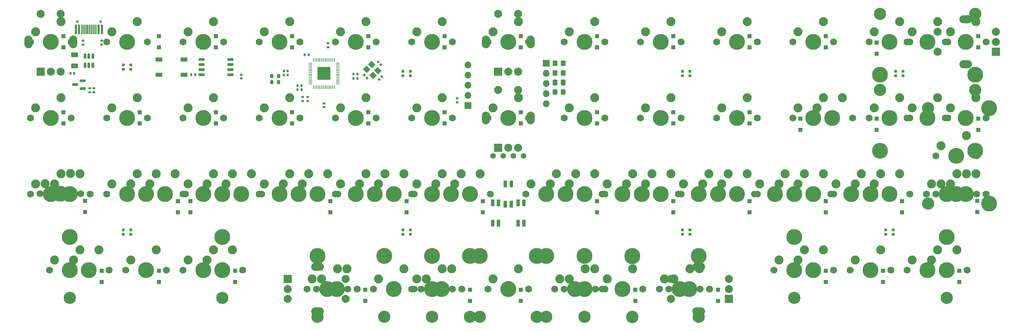
<source format=gbr>
%TF.GenerationSoftware,KiCad,Pcbnew,(6.0.7)*%
%TF.CreationDate,2023-02-03T16:15:22+01:00*%
%TF.ProjectId,alpha-curISO_rp2040,616c7068-612d-4637-9572-49534f5f7270,rev?*%
%TF.SameCoordinates,Original*%
%TF.FileFunction,Soldermask,Bot*%
%TF.FilePolarity,Negative*%
%FSLAX46Y46*%
G04 Gerber Fmt 4.6, Leading zero omitted, Abs format (unit mm)*
G04 Created by KiCad (PCBNEW (6.0.7)) date 2023-02-03 16:15:22*
%MOMM*%
%LPD*%
G01*
G04 APERTURE LIST*
G04 Aperture macros list*
%AMRoundRect*
0 Rectangle with rounded corners*
0 $1 Rounding radius*
0 $2 $3 $4 $5 $6 $7 $8 $9 X,Y pos of 4 corners*
0 Add a 4 corners polygon primitive as box body*
4,1,4,$2,$3,$4,$5,$6,$7,$8,$9,$2,$3,0*
0 Add four circle primitives for the rounded corners*
1,1,$1+$1,$2,$3*
1,1,$1+$1,$4,$5*
1,1,$1+$1,$6,$7*
1,1,$1+$1,$8,$9*
0 Add four rect primitives between the rounded corners*
20,1,$1+$1,$2,$3,$4,$5,0*
20,1,$1+$1,$4,$5,$6,$7,0*
20,1,$1+$1,$6,$7,$8,$9,0*
20,1,$1+$1,$8,$9,$2,$3,0*%
%AMRotRect*
0 Rectangle, with rotation*
0 The origin of the aperture is its center*
0 $1 length*
0 $2 width*
0 $3 Rotation angle, in degrees counterclockwise*
0 Add horizontal line*
21,1,$1,$2,0,0,$3*%
G04 Aperture macros list end*
%ADD10C,1.750000*%
%ADD11C,3.987800*%
%ADD12C,2.250000*%
%ADD13O,2.000000X3.200000*%
%ADD14R,2.000000X2.000000*%
%ADD15C,2.000000*%
%ADD16C,3.048000*%
%ADD17O,3.200000X2.000000*%
%ADD18C,4.000000*%
%ADD19C,2.200000*%
%ADD20C,1.397000*%
%ADD21R,1.700000X1.700000*%
%ADD22O,1.700000X1.700000*%
%ADD23R,1.100000X1.100000*%
%ADD24R,1.700000X1.000000*%
%ADD25R,0.820000X1.700000*%
%ADD26RoundRect,0.205000X0.205000X-0.645000X0.205000X0.645000X-0.205000X0.645000X-0.205000X-0.645000X0*%
%ADD27RoundRect,0.135000X0.226274X0.035355X0.035355X0.226274X-0.226274X-0.035355X-0.035355X-0.226274X0*%
%ADD28R,0.700000X0.700000*%
%ADD29RoundRect,0.140000X0.219203X0.021213X0.021213X0.219203X-0.219203X-0.021213X-0.021213X-0.219203X0*%
%ADD30RoundRect,0.140000X0.140000X0.170000X-0.140000X0.170000X-0.140000X-0.170000X0.140000X-0.170000X0*%
%ADD31RoundRect,0.140000X-0.140000X-0.170000X0.140000X-0.170000X0.140000X0.170000X-0.140000X0.170000X0*%
%ADD32RoundRect,0.250000X-0.350000X-0.450000X0.350000X-0.450000X0.350000X0.450000X-0.350000X0.450000X0*%
%ADD33RoundRect,0.140000X-0.021213X0.219203X-0.219203X0.021213X0.021213X-0.219203X0.219203X-0.021213X0*%
%ADD34RoundRect,0.140000X-0.170000X0.140000X-0.170000X-0.140000X0.170000X-0.140000X0.170000X0.140000X0*%
%ADD35RoundRect,0.250000X0.337500X0.475000X-0.337500X0.475000X-0.337500X-0.475000X0.337500X-0.475000X0*%
%ADD36RotRect,1.400000X1.200000X135.000000*%
%ADD37RoundRect,0.150000X0.587500X0.150000X-0.587500X0.150000X-0.587500X-0.150000X0.587500X-0.150000X0*%
%ADD38RoundRect,0.140000X0.170000X-0.140000X0.170000X0.140000X-0.170000X0.140000X-0.170000X-0.140000X0*%
%ADD39RoundRect,0.135000X-0.185000X0.135000X-0.185000X-0.135000X0.185000X-0.135000X0.185000X0.135000X0*%
%ADD40RoundRect,0.200000X-0.200000X-0.275000X0.200000X-0.275000X0.200000X0.275000X-0.200000X0.275000X0*%
%ADD41RoundRect,0.135000X-0.135000X-0.185000X0.135000X-0.185000X0.135000X0.185000X-0.135000X0.185000X0*%
%ADD42RoundRect,0.150000X-0.650000X-0.150000X0.650000X-0.150000X0.650000X0.150000X-0.650000X0.150000X0*%
%ADD43RoundRect,0.150000X0.150000X-0.512500X0.150000X0.512500X-0.150000X0.512500X-0.150000X-0.512500X0*%
%ADD44RoundRect,0.250000X-0.625000X0.375000X-0.625000X-0.375000X0.625000X-0.375000X0.625000X0.375000X0*%
%ADD45C,0.650000*%
%ADD46R,0.600000X2.450000*%
%ADD47R,0.300000X2.450000*%
%ADD48RoundRect,0.205000X-0.205000X0.645000X-0.205000X-0.645000X0.205000X-0.645000X0.205000X0.645000X0*%
%ADD49RoundRect,0.050000X-0.050000X0.387500X-0.050000X-0.387500X0.050000X-0.387500X0.050000X0.387500X0*%
%ADD50RoundRect,0.050000X-0.387500X0.050000X-0.387500X-0.050000X0.387500X-0.050000X0.387500X0.050000X0*%
%ADD51RoundRect,0.144000X-1.456000X1.456000X-1.456000X-1.456000X1.456000X-1.456000X1.456000X1.456000X0*%
%ADD52RoundRect,0.250000X0.350000X0.450000X-0.350000X0.450000X-0.350000X-0.450000X0.350000X-0.450000X0*%
G04 APERTURE END LIST*
D10*
%TO.C,SW30(ortho)1*%
X95567500Y-96837500D03*
D11*
X90487500Y-96837500D03*
D10*
X85407500Y-96837500D03*
D12*
X86677500Y-94297500D03*
X93027500Y-91757500D03*
%TD*%
D10*
%TO.C,SW12*%
X247967500Y-58737500D03*
D11*
X242887500Y-58737500D03*
D10*
X237807500Y-58737500D03*
D12*
X239077500Y-56197500D03*
X245427500Y-53657500D03*
%TD*%
D11*
%TO.C,SW31(ortho)1*%
X109537500Y-96837500D03*
D10*
X114617500Y-96837500D03*
X104457500Y-96837500D03*
D12*
X105727500Y-94297500D03*
X112077500Y-91757500D03*
%TD*%
D10*
%TO.C,SW43(1.75)1*%
X136062566Y-120635521D03*
X125902566Y-120635521D03*
D11*
X130982566Y-120635521D03*
D12*
X127172566Y-118095521D03*
X133522566Y-115555521D03*
%TD*%
D10*
%TO.C,SW48*%
X243205000Y-115887500D03*
X233045000Y-115887500D03*
D11*
X238125000Y-115887500D03*
D12*
X234315000Y-113347500D03*
X240665000Y-110807500D03*
%TD*%
D10*
%TO.C,SW33(1.5stagger)1*%
X152082500Y-96837500D03*
D11*
X157162500Y-96837500D03*
D10*
X162242500Y-96837500D03*
D12*
X153352500Y-94297500D03*
X159702500Y-91757500D03*
%TD*%
D13*
%TO.C,SW_rotary3*%
X153237500Y-58737500D03*
X142037500Y-58737500D03*
D14*
X145137500Y-66237500D03*
D15*
X150137500Y-66237500D03*
X147637500Y-66237500D03*
X150137500Y-51737500D03*
X145137500Y-51737500D03*
%TD*%
D10*
%TO.C,SW42(3)1*%
X124142500Y-120650000D03*
X113982500Y-120650000D03*
D11*
X119062500Y-120650000D03*
D16*
X138112500Y-127635000D03*
D11*
X100012500Y-112395000D03*
X138112500Y-112395000D03*
D16*
X100012500Y-127635000D03*
D12*
X115252500Y-118110000D03*
X121602500Y-115570000D03*
%TD*%
D10*
%TO.C,SW32(ortho)1*%
X133667500Y-96837500D03*
X123507500Y-96837500D03*
D11*
X128587500Y-96837500D03*
D12*
X124777500Y-94297500D03*
X131127500Y-91757500D03*
%TD*%
D10*
%TO.C,SW34(1.5stagger)1*%
X171132500Y-96837500D03*
D11*
X176212500Y-96837500D03*
D10*
X181292500Y-96837500D03*
D12*
X172402500Y-94297500D03*
X178752500Y-91757500D03*
%TD*%
D10*
%TO.C,SW21*%
X171767500Y-77787500D03*
D11*
X166687500Y-77787500D03*
D10*
X161607500Y-77787500D03*
D12*
X162877500Y-75247500D03*
X169227500Y-72707500D03*
%TD*%
D11*
%TO.C,SW28*%
X57150000Y-96837500D03*
D10*
X52070000Y-96837500D03*
X62230000Y-96837500D03*
D12*
X53340000Y-94297500D03*
X59690000Y-91757500D03*
%TD*%
D11*
%TO.C,SW8*%
X166687500Y-58737500D03*
D10*
X161607500Y-58737500D03*
X171767500Y-58737500D03*
D12*
X162877500Y-56197500D03*
X169227500Y-53657500D03*
%TD*%
D10*
%TO.C,SW28(1.5stagger)1*%
X66992500Y-96837500D03*
D11*
X61912500Y-96837500D03*
D10*
X56832500Y-96837500D03*
D12*
X58102500Y-94297500D03*
X64452500Y-91757500D03*
%TD*%
D10*
%TO.C,SW46(1.5)1*%
X195580000Y-120650000D03*
D11*
X190500000Y-120650000D03*
D10*
X185420000Y-120650000D03*
D12*
X186690000Y-118110000D03*
X193040000Y-115570000D03*
%TD*%
D10*
%TO.C,SW23*%
X209867500Y-77787500D03*
X199707500Y-77787500D03*
D11*
X204787500Y-77787500D03*
D12*
X200977500Y-75247500D03*
X207327500Y-72707500D03*
%TD*%
D10*
%TO.C,SW36*%
X224155000Y-96837500D03*
D11*
X219075000Y-96837500D03*
D10*
X213995000Y-96837500D03*
D12*
X215265000Y-94297500D03*
X221615000Y-91757500D03*
%TD*%
D11*
%TO.C,SW12(2)1*%
X240506250Y-66992500D03*
X252412500Y-58737500D03*
X264318750Y-66992500D03*
D10*
X247332500Y-58737500D03*
D16*
X240506250Y-51752500D03*
D10*
X257492500Y-58737500D03*
D16*
X264318750Y-51752500D03*
D12*
X248602500Y-56197500D03*
X254952500Y-53657500D03*
%TD*%
D11*
%TO.C,SW15*%
X52387500Y-77787500D03*
D10*
X57467500Y-77787500D03*
X47307500Y-77787500D03*
D12*
X48577500Y-75247500D03*
X54927500Y-72707500D03*
%TD*%
D11*
%TO.C,SW39(1.5)1*%
X42862500Y-115887500D03*
D10*
X37782500Y-115887500D03*
X47942500Y-115887500D03*
D12*
X39052500Y-113347500D03*
X45402500Y-110807500D03*
%TD*%
D11*
%TO.C,SW6*%
X128587500Y-58737500D03*
D10*
X133667500Y-58737500D03*
X123507500Y-58737500D03*
D12*
X124777500Y-56197500D03*
X131127500Y-53657500D03*
%TD*%
D11*
%TO.C,SW49(1.5)1*%
X252412500Y-115887500D03*
D10*
X247332500Y-115887500D03*
X257492500Y-115887500D03*
D12*
X248602500Y-113347500D03*
X254952500Y-110807500D03*
%TD*%
D10*
%TO.C,SW31*%
X109220000Y-96837500D03*
D11*
X114300000Y-96837500D03*
D10*
X119380000Y-96837500D03*
D12*
X110490000Y-94297500D03*
X116840000Y-91757500D03*
%TD*%
D10*
%TO.C,SW37(1.5stagger)1*%
X238442500Y-96837500D03*
D11*
X233362500Y-96837500D03*
D10*
X228282500Y-96837500D03*
D12*
X229552500Y-94297500D03*
X235902500Y-91757500D03*
%TD*%
D10*
%TO.C,SW38(1.25)1*%
X254508000Y-96837500D03*
X264668000Y-96837500D03*
D11*
X259588000Y-96837500D03*
D12*
X255778000Y-94297500D03*
X262128000Y-91757500D03*
%TD*%
D10*
%TO.C,SW47*%
X213995000Y-115887500D03*
X224155000Y-115887500D03*
D11*
X219075000Y-115887500D03*
D12*
X215265000Y-113347500D03*
X221615000Y-110807500D03*
%TD*%
D11*
%TO.C,SW1*%
X33337500Y-58737500D03*
D10*
X38417500Y-58737500D03*
X28257500Y-58737500D03*
D12*
X29527500Y-56197500D03*
X35877500Y-53657500D03*
%TD*%
D11*
%TO.C,SW26(ISO)1*%
X259556250Y-87312500D03*
X267811250Y-99250500D03*
D10*
X264636250Y-87312500D03*
D16*
X252571250Y-99250500D03*
X252571250Y-75374500D03*
D10*
X254476250Y-87312500D03*
D11*
X267811250Y-75374500D03*
D12*
X255746250Y-84772500D03*
X262096250Y-82232500D03*
%TD*%
D10*
%TO.C,SW37(ortho)1*%
X247967500Y-96837500D03*
X237807500Y-96837500D03*
D11*
X242887500Y-96837500D03*
D12*
X239077500Y-94297500D03*
X245427500Y-91757500D03*
%TD*%
D11*
%TO.C,SW41(1.5)1*%
X71437500Y-115887500D03*
D10*
X76517500Y-115887500D03*
X66357500Y-115887500D03*
D12*
X67627500Y-113347500D03*
X73977500Y-110807500D03*
%TD*%
D11*
%TO.C,SW27(ortho)1*%
X33337500Y-96837500D03*
D10*
X38417500Y-96837500D03*
X28257500Y-96837500D03*
D12*
X29527500Y-94297500D03*
X35877500Y-91757500D03*
%TD*%
D11*
%TO.C,SW38(1.5)1*%
X257175000Y-96837500D03*
D10*
X262255000Y-96837500D03*
X252095000Y-96837500D03*
D12*
X253365000Y-94297500D03*
X259715000Y-91757500D03*
%TD*%
D17*
%TO.C,SW_rotary2*%
X261937500Y-53137500D03*
X261937500Y-64337500D03*
D14*
X269437500Y-61237500D03*
D15*
X269437500Y-56237500D03*
X269437500Y-58737500D03*
X254937500Y-56237500D03*
X254937500Y-61237500D03*
%TD*%
D17*
%TO.C,SW_rotary6*%
X195262500Y-115050000D03*
X195262500Y-126250000D03*
D14*
X202762500Y-123150000D03*
D15*
X202762500Y-118150000D03*
X202762500Y-120650000D03*
X188262500Y-118150000D03*
X188262500Y-123150000D03*
%TD*%
D10*
%TO.C,SW9*%
X180657500Y-58737500D03*
X190817500Y-58737500D03*
D11*
X185737500Y-58737500D03*
D12*
X181927500Y-56197500D03*
X188277500Y-53657500D03*
%TD*%
D11*
%TO.C,SW33*%
X161925000Y-96837500D03*
D10*
X156845000Y-96837500D03*
X167005000Y-96837500D03*
D12*
X158115000Y-94297500D03*
X164465000Y-91757500D03*
%TD*%
D10*
%TO.C,SW43(2)1*%
X133667500Y-120650000D03*
D16*
X116681250Y-127635000D03*
D10*
X123507500Y-120650000D03*
D11*
X116681250Y-112395000D03*
X128587500Y-120650000D03*
D16*
X140493750Y-127635000D03*
D11*
X140493750Y-112395000D03*
D12*
X124777500Y-118110000D03*
X131127500Y-115570000D03*
%TD*%
D18*
%TO.C,SW44(4)1*%
X147637500Y-120650000D03*
D11*
X178625500Y-112420400D03*
D16*
X116649500Y-127635000D03*
X178625500Y-127660400D03*
D11*
X116649500Y-112395000D03*
D19*
X143827500Y-118110000D03*
X150177500Y-115570000D03*
%TD*%
D10*
%TO.C,SW33(ortho)1*%
X171767500Y-96837500D03*
X161607500Y-96837500D03*
D11*
X166687500Y-96837500D03*
D12*
X162877500Y-94297500D03*
X169227500Y-91757500D03*
%TD*%
D11*
%TO.C,SW10*%
X204787500Y-58737500D03*
D10*
X199707500Y-58737500D03*
X209867500Y-58737500D03*
D12*
X200977500Y-56197500D03*
X207327500Y-53657500D03*
%TD*%
D11*
%TO.C,SW18*%
X109537500Y-77787500D03*
D10*
X114617500Y-77787500D03*
X104457500Y-77787500D03*
D12*
X105727500Y-75247500D03*
X112077500Y-72707500D03*
%TD*%
D10*
%TO.C,SW34(ortho)1*%
X180657500Y-96837500D03*
D11*
X185737500Y-96837500D03*
D10*
X190817500Y-96837500D03*
D12*
X181927500Y-94297500D03*
X188277500Y-91757500D03*
%TD*%
D11*
%TO.C,SW36(ortho)1*%
X223837500Y-96837500D03*
D10*
X218757500Y-96837500D03*
X228917500Y-96837500D03*
D12*
X220027500Y-94297500D03*
X226377500Y-91757500D03*
%TD*%
D17*
%TO.C,SW_rotary5*%
X100012500Y-126250000D03*
X100012500Y-115050000D03*
D14*
X92512500Y-118150000D03*
D15*
X92512500Y-123150000D03*
X92512500Y-120650000D03*
X107012500Y-123150000D03*
X107012500Y-118150000D03*
%TD*%
D10*
%TO.C,SW2*%
X47307500Y-58737500D03*
X57467500Y-58737500D03*
D11*
X52387500Y-58737500D03*
D12*
X48577500Y-56197500D03*
X54927500Y-53657500D03*
%TD*%
D11*
%TO.C,SW38(ortho)1*%
X261937500Y-96837500D03*
D10*
X256857500Y-96837500D03*
X267017500Y-96837500D03*
D12*
X258127500Y-94297500D03*
X264477500Y-91757500D03*
%TD*%
D10*
%TO.C,SW34*%
X175895000Y-96837500D03*
X186055000Y-96837500D03*
D11*
X180975000Y-96837500D03*
D12*
X177165000Y-94297500D03*
X183515000Y-91757500D03*
%TD*%
D10*
%TO.C,SW4*%
X85407500Y-58737500D03*
X95567500Y-58737500D03*
D11*
X90487500Y-58737500D03*
D12*
X86677500Y-56197500D03*
X93027500Y-53657500D03*
%TD*%
D10*
%TO.C,SW13*%
X267017500Y-58737500D03*
D11*
X261937500Y-58737500D03*
D10*
X256857500Y-58737500D03*
D12*
X258127500Y-56197500D03*
X264477500Y-53657500D03*
%TD*%
D10*
%TO.C,SW35(ortho)1*%
X199707500Y-96837500D03*
D11*
X204787500Y-96837500D03*
D10*
X209867500Y-96837500D03*
D12*
X200977500Y-94297500D03*
X207327500Y-91757500D03*
%TD*%
D10*
%TO.C,SW32*%
X138430000Y-96837500D03*
D11*
X133350000Y-96837500D03*
D10*
X128270000Y-96837500D03*
D12*
X129540000Y-94297500D03*
X135890000Y-91757500D03*
%TD*%
D11*
%TO.C,SW29(ortho)1*%
X71437500Y-96837500D03*
D10*
X76517500Y-96837500D03*
X66357500Y-96837500D03*
D12*
X67627500Y-94297500D03*
X73977500Y-91757500D03*
%TD*%
D11*
%TO.C,SW30(1.5stagger)1*%
X100012500Y-96837500D03*
D10*
X105092500Y-96837500D03*
X94932500Y-96837500D03*
D12*
X96202500Y-94297500D03*
X102552500Y-91757500D03*
%TD*%
D10*
%TO.C,SW29(1.5stagger)1*%
X86042500Y-96837500D03*
X75882500Y-96837500D03*
D11*
X80962500Y-96837500D03*
D12*
X77152500Y-94297500D03*
X83502500Y-91757500D03*
%TD*%
D10*
%TO.C,SW45(2)1*%
X161607500Y-120650000D03*
D16*
X154781250Y-127635000D03*
X178593750Y-127635000D03*
D11*
X166687500Y-120650000D03*
X178593750Y-112395000D03*
X154781250Y-112395000D03*
D10*
X171767500Y-120650000D03*
D12*
X162877500Y-118110000D03*
X169227500Y-115570000D03*
%TD*%
D11*
%TO.C,SW46(1.25)1*%
X192895066Y-120635521D03*
D10*
X197975066Y-120635521D03*
X187815066Y-120635521D03*
D12*
X189085066Y-118095521D03*
X195435066Y-115555521D03*
%TD*%
D20*
%TO.C,OL1*%
X143827500Y-87312500D03*
X146367500Y-87312500D03*
X148907500Y-87312500D03*
X151447500Y-87312500D03*
%TD*%
D10*
%TO.C,SW16*%
X66357500Y-77787500D03*
X76517500Y-77787500D03*
D11*
X71437500Y-77787500D03*
D12*
X67627500Y-75247500D03*
X73977500Y-72707500D03*
%TD*%
D10*
%TO.C,SW25*%
X247967500Y-77787500D03*
D11*
X242887500Y-77787500D03*
D10*
X237807500Y-77787500D03*
D12*
X239077500Y-75247500D03*
X245427500Y-72707500D03*
%TD*%
D11*
%TO.C,SW46(3)1*%
X157162500Y-112395000D03*
X195262500Y-112395000D03*
D16*
X195262500Y-127635000D03*
D10*
X171132500Y-120650000D03*
D16*
X157162500Y-127635000D03*
D10*
X181292500Y-120650000D03*
D11*
X176212500Y-120650000D03*
D12*
X172402500Y-118110000D03*
X178752500Y-115570000D03*
%TD*%
D10*
%TO.C,SW39*%
X33020000Y-115887500D03*
D11*
X38100000Y-115887500D03*
D10*
X43180000Y-115887500D03*
D12*
X34290000Y-113347500D03*
X40640000Y-110807500D03*
%TD*%
D10*
%TO.C,SW19*%
X123507500Y-77787500D03*
D11*
X128587500Y-77787500D03*
D10*
X133667500Y-77787500D03*
D12*
X124777500Y-75247500D03*
X131127500Y-72707500D03*
%TD*%
D21*
%TO.C,J2*%
X157162500Y-64135000D03*
D22*
X157162500Y-66675000D03*
X157162500Y-69215000D03*
X157162500Y-71755000D03*
X157162500Y-74295000D03*
%TD*%
D11*
%TO.C,SW44(6)1*%
X195262500Y-112395000D03*
X147637500Y-120650000D03*
X100012500Y-112395000D03*
D16*
X100012500Y-127635000D03*
D10*
X152717500Y-120650000D03*
X142557500Y-120650000D03*
D16*
X195262500Y-127635000D03*
D12*
X143827500Y-118110000D03*
X150177500Y-115570000D03*
%TD*%
D10*
%TO.C,SW35*%
X194945000Y-96837500D03*
D11*
X200025000Y-96837500D03*
D10*
X205105000Y-96837500D03*
D12*
X196215000Y-94297500D03*
X202565000Y-91757500D03*
%TD*%
D11*
%TO.C,SW37*%
X238125000Y-96837500D03*
D10*
X243205000Y-96837500D03*
X233045000Y-96837500D03*
D12*
X234315000Y-94297500D03*
X240665000Y-91757500D03*
%TD*%
D11*
%TO.C,SW20*%
X147637500Y-77787500D03*
D10*
X152717500Y-77787500D03*
X142557500Y-77787500D03*
D12*
X143827500Y-75247500D03*
X150177500Y-72707500D03*
%TD*%
D11*
%TO.C,SW11*%
X223837500Y-58737500D03*
D10*
X218757500Y-58737500D03*
X228917500Y-58737500D03*
D12*
X220027500Y-56197500D03*
X226377500Y-53657500D03*
%TD*%
D10*
%TO.C,SW24(1.5)1*%
X233680000Y-77787500D03*
D11*
X228600000Y-77787500D03*
D10*
X223520000Y-77787500D03*
D12*
X224790000Y-75247500D03*
X231140000Y-72707500D03*
%TD*%
D11*
%TO.C,SW7*%
X147637500Y-58737500D03*
D10*
X142557500Y-58737500D03*
X152717500Y-58737500D03*
D12*
X143827500Y-56197500D03*
X150177500Y-53657500D03*
%TD*%
D11*
%TO.C,SW40*%
X57150000Y-115887500D03*
D10*
X52070000Y-115887500D03*
X62230000Y-115887500D03*
D12*
X53340000Y-113347500D03*
X59690000Y-110807500D03*
%TD*%
D16*
%TO.C,SW26(2)1*%
X264318750Y-70802500D03*
D10*
X257492500Y-77787500D03*
X247332500Y-77787500D03*
D11*
X240506250Y-86042500D03*
D16*
X240506250Y-70802500D03*
D11*
X264318750Y-86042500D03*
X252412500Y-77787500D03*
D12*
X248602500Y-75247500D03*
X254952500Y-72707500D03*
%TD*%
D10*
%TO.C,SW48(3)1*%
X243205000Y-115887500D03*
X233045000Y-115887500D03*
D16*
X257175000Y-122872500D03*
D11*
X219075000Y-107632500D03*
X257175000Y-107632500D03*
D16*
X219075000Y-122872500D03*
D11*
X238125000Y-115887500D03*
D12*
X234315000Y-113347500D03*
X240665000Y-110807500D03*
%TD*%
D13*
%TO.C,SW_rotary1*%
X27737500Y-58737500D03*
X38937500Y-58737500D03*
D14*
X30837500Y-66237500D03*
D15*
X35837500Y-66237500D03*
X33337500Y-66237500D03*
X35837500Y-51737500D03*
X30837500Y-51737500D03*
%TD*%
D13*
%TO.C,SW_rotary4*%
X153237500Y-77787500D03*
X142037500Y-77787500D03*
D14*
X145137500Y-85287500D03*
D15*
X150137500Y-85287500D03*
X147637500Y-85287500D03*
X150137500Y-70787500D03*
X145137500Y-70787500D03*
%TD*%
D10*
%TO.C,SW36(1.5stagger)1*%
X209232500Y-96837500D03*
D11*
X214312500Y-96837500D03*
D10*
X219392500Y-96837500D03*
D12*
X210502500Y-94297500D03*
X216852500Y-91757500D03*
%TD*%
D10*
%TO.C,SW5*%
X104457500Y-58737500D03*
X114617500Y-58737500D03*
D11*
X109537500Y-58737500D03*
D12*
X105727500Y-56197500D03*
X112077500Y-53657500D03*
%TD*%
D16*
%TO.C,SW44(3)1*%
X166687500Y-127635000D03*
D11*
X147637500Y-120650000D03*
X128587500Y-112395000D03*
D16*
X128587500Y-127635000D03*
D10*
X142557500Y-120650000D03*
D11*
X166687500Y-112395000D03*
D10*
X152717500Y-120650000D03*
D12*
X143827500Y-118110000D03*
X150177500Y-115570000D03*
%TD*%
D10*
%TO.C,SW22*%
X190817500Y-77787500D03*
X180657500Y-77787500D03*
D11*
X185737500Y-77787500D03*
D12*
X181927500Y-75247500D03*
X188277500Y-72707500D03*
%TD*%
D10*
%TO.C,SW27(1.5)1*%
X33020000Y-96837500D03*
D11*
X38100000Y-96837500D03*
D10*
X43180000Y-96837500D03*
D12*
X34290000Y-94297500D03*
X40640000Y-91757500D03*
%TD*%
D10*
%TO.C,SW42(1.25)1*%
X97327566Y-120635521D03*
X107487566Y-120635521D03*
D11*
X102407566Y-120635521D03*
D12*
X98597566Y-118095521D03*
X104947566Y-115555521D03*
%TD*%
D10*
%TO.C,SW42(1.5)1*%
X109855000Y-120650000D03*
X99695000Y-120650000D03*
D11*
X104775000Y-120650000D03*
D12*
X100965000Y-118110000D03*
X107315000Y-115570000D03*
%TD*%
D10*
%TO.C,SW27(1.25)1*%
X30656621Y-96820487D03*
X40816621Y-96820487D03*
D11*
X35736621Y-96820487D03*
D12*
X31926621Y-94280487D03*
X38276621Y-91740487D03*
%TD*%
D11*
%TO.C,SW49*%
X257175000Y-115887500D03*
D10*
X252095000Y-115887500D03*
X262255000Y-115887500D03*
D12*
X253365000Y-113347500D03*
X259715000Y-110807500D03*
%TD*%
D11*
%TO.C,SW26*%
X261937500Y-77787500D03*
D10*
X256857500Y-77787500D03*
X267017500Y-77787500D03*
D12*
X258127500Y-75247500D03*
X264477500Y-72707500D03*
%TD*%
D11*
%TO.C,SW28(ortho)1*%
X52387500Y-96837500D03*
D10*
X47307500Y-96837500D03*
X57467500Y-96837500D03*
D12*
X48577500Y-94297500D03*
X54927500Y-91757500D03*
%TD*%
D10*
%TO.C,SW24*%
X218757500Y-77787500D03*
X228917500Y-77787500D03*
D11*
X223837500Y-77787500D03*
D12*
X220027500Y-75247500D03*
X226377500Y-72707500D03*
%TD*%
D10*
%TO.C,SW17*%
X95567500Y-77787500D03*
X85407500Y-77787500D03*
D11*
X90487500Y-77787500D03*
D12*
X86677500Y-75247500D03*
X93027500Y-72707500D03*
%TD*%
D11*
%TO.C,SW40(3)1*%
X76200000Y-107632500D03*
D10*
X62230000Y-115887500D03*
D16*
X76200000Y-122872500D03*
X38100000Y-122872500D03*
D11*
X57150000Y-115887500D03*
X38100000Y-107632500D03*
D10*
X52070000Y-115887500D03*
D12*
X53340000Y-113347500D03*
X59690000Y-110807500D03*
%TD*%
D10*
%TO.C,SW3*%
X76517500Y-58737500D03*
D11*
X71437500Y-58737500D03*
D10*
X66357500Y-58737500D03*
D12*
X67627500Y-56197500D03*
X73977500Y-53657500D03*
%TD*%
D10*
%TO.C,SW45(1.75)1*%
X169400066Y-120635521D03*
X159240066Y-120635521D03*
D11*
X164320066Y-120635521D03*
D12*
X160510066Y-118095521D03*
X166860066Y-115555521D03*
%TD*%
D11*
%TO.C,SW14*%
X33337500Y-77787500D03*
D10*
X38417500Y-77787500D03*
X28257500Y-77787500D03*
D12*
X29527500Y-75247500D03*
X35877500Y-72707500D03*
%TD*%
D10*
%TO.C,SW41*%
X81280000Y-115887500D03*
D11*
X76200000Y-115887500D03*
D10*
X71120000Y-115887500D03*
D12*
X72390000Y-113347500D03*
X78740000Y-110807500D03*
%TD*%
D10*
%TO.C,SW47(1.5)1*%
X228917500Y-115887500D03*
D11*
X223837500Y-115887500D03*
D10*
X218757500Y-115887500D03*
D12*
X220027500Y-113347500D03*
X226377500Y-110807500D03*
%TD*%
D10*
%TO.C,SW35(1.5stagger)1*%
X190182500Y-96837500D03*
D11*
X195262500Y-96837500D03*
D10*
X200342500Y-96837500D03*
D12*
X191452500Y-94297500D03*
X197802500Y-91757500D03*
%TD*%
D11*
%TO.C,SW30*%
X95250000Y-96837500D03*
D10*
X100330000Y-96837500D03*
X90170000Y-96837500D03*
D12*
X91440000Y-94297500D03*
X97790000Y-91757500D03*
%TD*%
D10*
%TO.C,SW32(1.5stagger)1*%
X143192500Y-96837500D03*
X133032500Y-96837500D03*
D11*
X138112500Y-96837500D03*
D12*
X134302500Y-94297500D03*
X140652500Y-91757500D03*
%TD*%
D10*
%TO.C,SW31(1.5stagger)1*%
X113982500Y-96837500D03*
X124142500Y-96837500D03*
D11*
X119062500Y-96837500D03*
D12*
X115252500Y-94297500D03*
X121602500Y-91757500D03*
%TD*%
D10*
%TO.C,SW29*%
X81280000Y-96837500D03*
X71120000Y-96837500D03*
D11*
X76200000Y-96837500D03*
D12*
X72390000Y-94297500D03*
X78740000Y-91757500D03*
%TD*%
D23*
%TO.C,D32*%
X188912500Y-79187500D03*
X188912500Y-76387500D03*
%TD*%
D24*
%TO.C,SW27*%
X60350000Y-63187500D03*
X66650000Y-63187500D03*
X60350000Y-66987500D03*
X66650000Y-66987500D03*
%TD*%
D25*
%TO.C,LED2*%
X146887500Y-99387500D03*
X148387500Y-99387500D03*
D26*
X148387500Y-94287500D03*
D25*
X146887500Y-94287500D03*
%TD*%
D23*
%TO.C,D2*%
X36512500Y-79187500D03*
X36512500Y-76387500D03*
%TD*%
D27*
%TO.C,R7*%
X112374624Y-67797624D03*
X111653376Y-67076376D03*
%TD*%
D28*
%TO.C,LED8*%
X193002500Y-105812500D03*
X193002500Y-106912500D03*
X191172500Y-106912500D03*
X191172500Y-105812500D03*
%TD*%
D23*
%TO.C,D11*%
X68262500Y-101412500D03*
X68262500Y-98612500D03*
%TD*%
D29*
%TO.C,C2*%
X115782411Y-64474411D03*
X115103589Y-63795589D03*
%TD*%
D23*
%TO.C,D9*%
X74612500Y-60137500D03*
X74612500Y-57337500D03*
%TD*%
%TO.C,D7*%
X65087500Y-101412500D03*
X65087500Y-98612500D03*
%TD*%
D30*
%TO.C,C10*%
X95984000Y-69659500D03*
X95024000Y-69659500D03*
%TD*%
D31*
%TO.C,C14*%
X108994000Y-67945000D03*
X109954000Y-67945000D03*
%TD*%
D23*
%TO.C,D24*%
X150812500Y-123637500D03*
X150812500Y-120837500D03*
%TD*%
D32*
%TO.C,UR1*%
X159337500Y-66516250D03*
X161337500Y-66516250D03*
%TD*%
D23*
%TO.C,D42*%
X239712500Y-61725000D03*
X239712500Y-58925000D03*
%TD*%
%TO.C,D44*%
X246062500Y-101412500D03*
X246062500Y-98612500D03*
%TD*%
%TO.C,D5*%
X60325000Y-60137500D03*
X60325000Y-57337500D03*
%TD*%
%TO.C,D23*%
X138112500Y-123637500D03*
X138112500Y-120837500D03*
%TD*%
%TO.C,D49*%
X260350000Y-118875000D03*
X260350000Y-116075000D03*
%TD*%
D33*
%TO.C,C1*%
X116036411Y-67478589D03*
X115357589Y-68157411D03*
%TD*%
D23*
%TO.C,D25*%
X150812500Y-60137500D03*
X150812500Y-57337500D03*
%TD*%
D34*
%TO.C,C5*%
X44069000Y-70386000D03*
X44069000Y-71346000D03*
%TD*%
D23*
%TO.C,D13*%
X93662500Y-60137500D03*
X93662500Y-57337500D03*
%TD*%
%TO.C,D39*%
X220662500Y-80775000D03*
X220662500Y-77975000D03*
%TD*%
D35*
%TO.C,C18*%
X161375000Y-68897500D03*
X159300000Y-68897500D03*
%TD*%
D23*
%TO.C,D19*%
X111918750Y-123637500D03*
X111918750Y-120837500D03*
%TD*%
D28*
%TO.C,LED4*%
X123152500Y-66125000D03*
X123152500Y-67225000D03*
X121322500Y-67225000D03*
X121322500Y-66125000D03*
%TD*%
D36*
%TO.C,Y1*%
X113841777Y-67164858D03*
X112286142Y-65609223D03*
X113488223Y-64407142D03*
X115043858Y-65962777D03*
%TD*%
D37*
%TO.C,U3*%
X41323500Y-68519000D03*
X41323500Y-70419000D03*
X39448500Y-69469000D03*
%TD*%
D34*
%TO.C,C16*%
X96266000Y-72608500D03*
X96266000Y-73568500D03*
%TD*%
D23*
%TO.C,D46*%
X265112500Y-60137500D03*
X265112500Y-57337500D03*
%TD*%
%TO.C,D21*%
X131762500Y-79187500D03*
X131762500Y-76387500D03*
%TD*%
D38*
%TO.C,C13*%
X102616000Y-60106500D03*
X102616000Y-59146500D03*
%TD*%
D23*
%TO.C,D48*%
X264795000Y-101349000D03*
X264795000Y-98549000D03*
%TD*%
%TO.C,D40*%
X227012500Y-101412500D03*
X227012500Y-98612500D03*
%TD*%
%TO.C,D35*%
X207962500Y-60137500D03*
X207962500Y-57337500D03*
%TD*%
D28*
%TO.C,LED6*%
X246279000Y-66125000D03*
X246279000Y-67225000D03*
X244449000Y-67225000D03*
X244449000Y-66125000D03*
%TD*%
D23*
%TO.C,D26*%
X150812500Y-79187500D03*
X150812500Y-76387500D03*
%TD*%
D39*
%TO.C,R3*%
X134879020Y-72875280D03*
X134879020Y-73895280D03*
%TD*%
D23*
%TO.C,D22*%
X141287500Y-101412500D03*
X141287500Y-98612500D03*
%TD*%
%TO.C,D14*%
X93662500Y-79187500D03*
X93662500Y-76387500D03*
%TD*%
D25*
%TO.C,LED3*%
X150062500Y-104150000D03*
X151562500Y-104150000D03*
D26*
X151562500Y-99050000D03*
D25*
X150062500Y-99050000D03*
%TD*%
D32*
%TO.C,UR2*%
X159337500Y-64135000D03*
X161337500Y-64135000D03*
%TD*%
D30*
%TO.C,C7*%
X95984000Y-70675500D03*
X95024000Y-70675500D03*
%TD*%
%TO.C,C15*%
X92555000Y-67056000D03*
X91595000Y-67056000D03*
%TD*%
D40*
%TO.C,R2*%
X88583000Y-68834000D03*
X90233000Y-68834000D03*
%TD*%
D41*
%TO.C,R6*%
X68354501Y-66985273D03*
X69374501Y-66985273D03*
%TD*%
D23*
%TO.C,D36*%
X207962500Y-79187500D03*
X207962500Y-76387500D03*
%TD*%
%TO.C,D6*%
X55562500Y-79187500D03*
X55562500Y-76387500D03*
%TD*%
D42*
%TO.C,U2*%
X71012500Y-66992500D03*
X71012500Y-65722500D03*
X71012500Y-64452500D03*
X71012500Y-63182500D03*
X78212500Y-63182500D03*
X78212500Y-64452500D03*
X78212500Y-65722500D03*
X78212500Y-66992500D03*
%TD*%
D34*
%TO.C,C3*%
X80899000Y-66957000D03*
X80899000Y-67917000D03*
%TD*%
%TO.C,C8*%
X97536000Y-72608500D03*
X97536000Y-73568500D03*
%TD*%
D23*
%TO.C,D37*%
X207962500Y-101412500D03*
X207962500Y-98612500D03*
%TD*%
%TO.C,D38*%
X227012500Y-60137500D03*
X227012500Y-57337500D03*
%TD*%
D40*
%TO.C,R1*%
X88583000Y-67310000D03*
X90233000Y-67310000D03*
%TD*%
D23*
%TO.C,D31*%
X188912500Y-60137500D03*
X188912500Y-57337500D03*
%TD*%
%TO.C,D47*%
X265112500Y-80775000D03*
X265112500Y-77975000D03*
%TD*%
D31*
%TO.C,C9*%
X108994000Y-66802000D03*
X109954000Y-66802000D03*
%TD*%
D23*
%TO.C,D20*%
X131762500Y-60137500D03*
X131762500Y-57337500D03*
%TD*%
D43*
%TO.C,U4*%
X43812500Y-64637500D03*
X42862500Y-64637500D03*
X41912500Y-64637500D03*
X41912500Y-62362500D03*
X42862500Y-62362500D03*
X43812500Y-62362500D03*
%TD*%
D44*
%TO.C,F1*%
X39243000Y-61973000D03*
X39243000Y-64773000D03*
%TD*%
D34*
%TO.C,C6*%
X43053000Y-70386000D03*
X43053000Y-71346000D03*
%TD*%
D23*
%TO.C,D17*%
X112712500Y-79187500D03*
X112712500Y-76387500D03*
%TD*%
D30*
%TO.C,C4*%
X39215000Y-66675000D03*
X38255000Y-66675000D03*
%TD*%
D28*
%TO.C,LED5*%
X193002500Y-66125000D03*
X193002500Y-67225000D03*
X191172500Y-67225000D03*
X191172500Y-66125000D03*
%TD*%
D23*
%TO.C,D29*%
X169862500Y-101412500D03*
X169862500Y-98612500D03*
%TD*%
%TO.C,D8*%
X60325000Y-118875000D03*
X60325000Y-116075000D03*
%TD*%
D28*
%TO.C,LED9*%
X123152500Y-105812500D03*
X123152500Y-106912500D03*
X121322500Y-106912500D03*
X121322500Y-105812500D03*
%TD*%
D39*
%TO.C,R4*%
X41402000Y-58418000D03*
X41402000Y-59438000D03*
%TD*%
D45*
%TO.C,USB1*%
X39972500Y-53686838D03*
X45752500Y-53686838D03*
D46*
X39637500Y-55631838D03*
X40412500Y-55631838D03*
D47*
X41112500Y-55631838D03*
X41612500Y-55631838D03*
X42112500Y-55631838D03*
X42612500Y-55631838D03*
X43112500Y-55631838D03*
X43612500Y-55631838D03*
X44112500Y-55631838D03*
X44612500Y-55631838D03*
D46*
X45312500Y-55631838D03*
X46087500Y-55631838D03*
%TD*%
D23*
%TO.C,D41*%
X227012500Y-118875000D03*
X227012500Y-116075000D03*
%TD*%
%TO.C,D3*%
X41910000Y-101349000D03*
X41910000Y-98549000D03*
%TD*%
D39*
%TO.C,R5*%
X46037500Y-58418000D03*
X46037500Y-59438000D03*
%TD*%
D28*
%TO.C,LED10*%
X51472500Y-106912500D03*
X51472500Y-105812500D03*
X53302500Y-105812500D03*
X53302500Y-106912500D03*
%TD*%
D25*
%TO.C,LED1*%
X145212500Y-99050000D03*
X143712500Y-99050000D03*
D48*
X143712500Y-104150000D03*
D25*
X145212500Y-104150000D03*
%TD*%
D23*
%TO.C,D4*%
X46037500Y-118875000D03*
X46037500Y-116075000D03*
%TD*%
%TO.C,D1*%
X36512500Y-60137500D03*
X36512500Y-57337500D03*
%TD*%
D28*
%TO.C,LED7*%
X243802500Y-105812500D03*
X243802500Y-106912500D03*
X241972500Y-106912500D03*
X241972500Y-105812500D03*
%TD*%
D23*
%TO.C,D34*%
X200025000Y-123637500D03*
X200025000Y-120837500D03*
%TD*%
D34*
%TO.C,C11*%
X101600000Y-74178250D03*
X101600000Y-75138250D03*
%TD*%
D23*
%TO.C,D30*%
X179387500Y-123637500D03*
X179387500Y-120837500D03*
%TD*%
D30*
%TO.C,C12*%
X92555000Y-66040000D03*
X91595000Y-66040000D03*
%TD*%
D23*
%TO.C,D18*%
X122237500Y-101412500D03*
X122237500Y-98612500D03*
%TD*%
%TO.C,D45*%
X241300000Y-118875000D03*
X241300000Y-116075000D03*
%TD*%
%TO.C,D33*%
X188912500Y-101412500D03*
X188912500Y-98612500D03*
%TD*%
%TO.C,D10*%
X74612500Y-79187500D03*
X74612500Y-76387500D03*
%TD*%
%TO.C,D27*%
X169862500Y-60137500D03*
X169862500Y-57337500D03*
%TD*%
%TO.C,D12*%
X79375000Y-118875000D03*
X79375000Y-116075000D03*
%TD*%
%TO.C,D15*%
X103187500Y-101412500D03*
X103187500Y-98612500D03*
%TD*%
D49*
%TO.C,U1*%
X99000000Y-63237500D03*
X99400000Y-63237500D03*
X99800000Y-63237500D03*
X100200000Y-63237500D03*
X100600000Y-63237500D03*
X101000000Y-63237500D03*
X101400000Y-63237500D03*
X101800000Y-63237500D03*
X102200000Y-63237500D03*
X102600000Y-63237500D03*
X103000000Y-63237500D03*
X103400000Y-63237500D03*
X103800000Y-63237500D03*
X104200000Y-63237500D03*
D50*
X105037500Y-64075000D03*
X105037500Y-64475000D03*
X105037500Y-64875000D03*
X105037500Y-65275000D03*
X105037500Y-65675000D03*
X105037500Y-66075000D03*
X105037500Y-66475000D03*
X105037500Y-66875000D03*
X105037500Y-67275000D03*
X105037500Y-67675000D03*
X105037500Y-68075000D03*
X105037500Y-68475000D03*
X105037500Y-68875000D03*
X105037500Y-69275000D03*
D49*
X104200000Y-70112500D03*
X103800000Y-70112500D03*
X103400000Y-70112500D03*
X103000000Y-70112500D03*
X102600000Y-70112500D03*
X102200000Y-70112500D03*
X101800000Y-70112500D03*
X101400000Y-70112500D03*
X101000000Y-70112500D03*
X100600000Y-70112500D03*
X100200000Y-70112500D03*
X99800000Y-70112500D03*
X99400000Y-70112500D03*
X99000000Y-70112500D03*
D50*
X98162500Y-69275000D03*
X98162500Y-68875000D03*
X98162500Y-68475000D03*
X98162500Y-68075000D03*
X98162500Y-67675000D03*
X98162500Y-67275000D03*
X98162500Y-66875000D03*
X98162500Y-66475000D03*
X98162500Y-66075000D03*
X98162500Y-65675000D03*
X98162500Y-65275000D03*
X98162500Y-64875000D03*
X98162500Y-64475000D03*
X98162500Y-64075000D03*
D51*
X101600000Y-66675000D03*
%TD*%
D23*
%TO.C,D16*%
X112712500Y-60137500D03*
X112712500Y-57337500D03*
%TD*%
D21*
%TO.C,J1*%
X137566000Y-74646000D03*
D22*
X137566000Y-72106000D03*
X137566000Y-69566000D03*
X137566000Y-67026000D03*
X137566000Y-64486000D03*
%TD*%
D23*
%TO.C,D28*%
X169862500Y-79187500D03*
X169862500Y-76387500D03*
%TD*%
%TO.C,D43*%
X239712500Y-80775000D03*
X239712500Y-77975000D03*
%TD*%
D52*
%TO.C,UR3*%
X161337500Y-71278750D03*
X159337500Y-71278750D03*
%TD*%
D28*
%TO.C,LED11*%
X51472500Y-65637500D03*
X51472500Y-64537500D03*
X53302500Y-64537500D03*
X53302500Y-65637500D03*
%TD*%
D30*
%TO.C,C17*%
X97762000Y-61976000D03*
X96802000Y-61976000D03*
%TD*%
M02*

</source>
